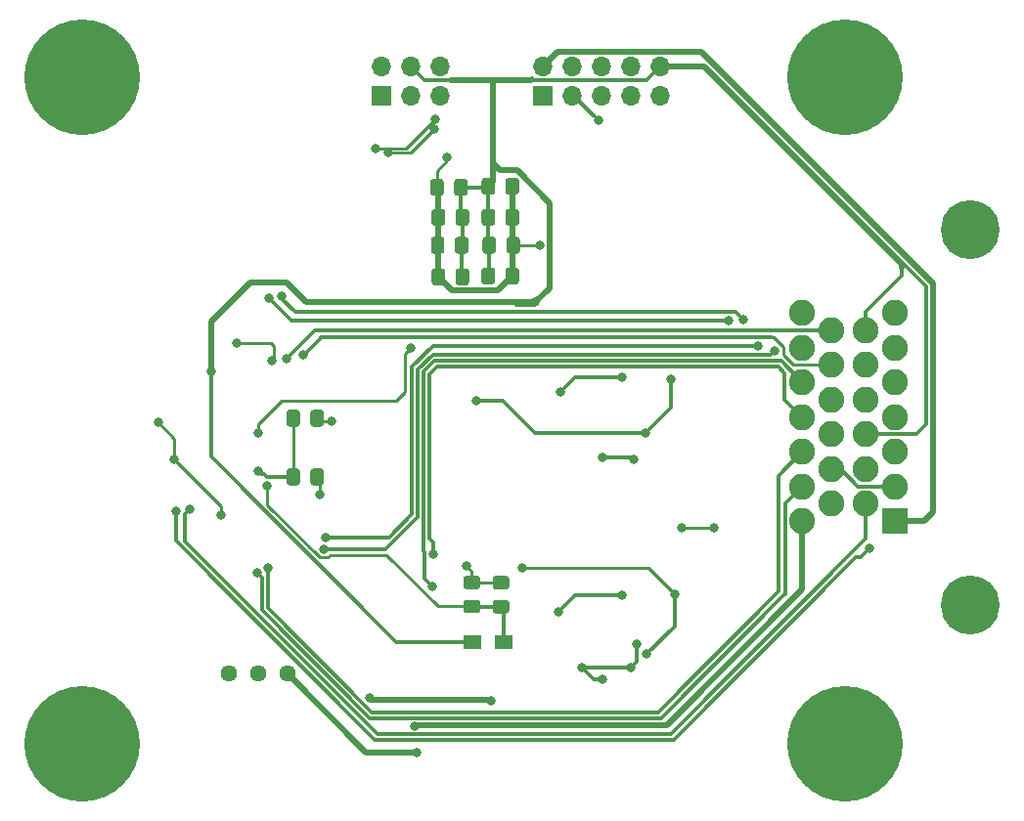
<source format=gbl>
G04 #@! TF.GenerationSoftware,KiCad,Pcbnew,(5.1.12)-1*
G04 #@! TF.CreationDate,2022-07-24T10:45:22+02:00*
G04 #@! TF.ProjectId,telemetria tyl,74656c65-6d65-4747-9269-612074796c2e,rev?*
G04 #@! TF.SameCoordinates,Original*
G04 #@! TF.FileFunction,Copper,L2,Bot*
G04 #@! TF.FilePolarity,Positive*
%FSLAX46Y46*%
G04 Gerber Fmt 4.6, Leading zero omitted, Abs format (unit mm)*
G04 Created by KiCad (PCBNEW (5.1.12)-1) date 2022-07-24 10:45:22*
%MOMM*%
%LPD*%
G01*
G04 APERTURE LIST*
G04 #@! TA.AperFunction,ComponentPad*
%ADD10R,2.250000X2.250000*%
G04 #@! TD*
G04 #@! TA.AperFunction,ComponentPad*
%ADD11C,2.250000*%
G04 #@! TD*
G04 #@! TA.AperFunction,ComponentPad*
%ADD12C,5.100000*%
G04 #@! TD*
G04 #@! TA.AperFunction,ComponentPad*
%ADD13C,10.000000*%
G04 #@! TD*
G04 #@! TA.AperFunction,ComponentPad*
%ADD14C,0.900000*%
G04 #@! TD*
G04 #@! TA.AperFunction,ComponentPad*
%ADD15R,1.700000X1.700000*%
G04 #@! TD*
G04 #@! TA.AperFunction,ComponentPad*
%ADD16O,1.700000X1.700000*%
G04 #@! TD*
G04 #@! TA.AperFunction,SMDPad,CuDef*
%ADD17R,1.500000X1.200000*%
G04 #@! TD*
G04 #@! TA.AperFunction,ComponentPad*
%ADD18C,1.440000*%
G04 #@! TD*
G04 #@! TA.AperFunction,ViaPad*
%ADD19C,0.800000*%
G04 #@! TD*
G04 #@! TA.AperFunction,Conductor*
%ADD20C,0.300000*%
G04 #@! TD*
G04 #@! TA.AperFunction,Conductor*
%ADD21C,0.250000*%
G04 #@! TD*
G04 #@! TA.AperFunction,Conductor*
%ADD22C,0.500000*%
G04 #@! TD*
G04 APERTURE END LIST*
D10*
X209550000Y-127000000D03*
D11*
X209550000Y-124000000D03*
X209550000Y-121000000D03*
X209550000Y-118000000D03*
X209550000Y-115000000D03*
X209550000Y-112000000D03*
X209550000Y-109000000D03*
X207050000Y-110500000D03*
X207050000Y-113500000D03*
X207050000Y-116500000D03*
X207050000Y-119500000D03*
X207050000Y-122500000D03*
X207050000Y-125500000D03*
X204050000Y-125500000D03*
X204050000Y-122500000D03*
X204050000Y-119500000D03*
X204050000Y-116500000D03*
X204050000Y-113500000D03*
X204050000Y-110500000D03*
X201550000Y-109000000D03*
X201550000Y-112000000D03*
X201550000Y-115000000D03*
X201550000Y-118000000D03*
X201550000Y-121000000D03*
X201550000Y-124000000D03*
X201550000Y-127000000D03*
D12*
X216050000Y-134250000D03*
X216050000Y-101750000D03*
G04 #@! TA.AperFunction,SMDPad,CuDef*
G36*
G01*
X175912800Y-132950800D02*
X174962800Y-132950800D01*
G75*
G02*
X174712800Y-132700800I0J250000D01*
G01*
X174712800Y-132025800D01*
G75*
G02*
X174962800Y-131775800I250000J0D01*
G01*
X175912800Y-131775800D01*
G75*
G02*
X176162800Y-132025800I0J-250000D01*
G01*
X176162800Y-132700800D01*
G75*
G02*
X175912800Y-132950800I-250000J0D01*
G01*
G37*
G04 #@! TD.AperFunction*
G04 #@! TA.AperFunction,SMDPad,CuDef*
G36*
G01*
X175912800Y-135025800D02*
X174962800Y-135025800D01*
G75*
G02*
X174712800Y-134775800I0J250000D01*
G01*
X174712800Y-134100800D01*
G75*
G02*
X174962800Y-133850800I250000J0D01*
G01*
X175912800Y-133850800D01*
G75*
G02*
X176162800Y-134100800I0J-250000D01*
G01*
X176162800Y-134775800D01*
G75*
G02*
X175912800Y-135025800I-250000J0D01*
G01*
G37*
G04 #@! TD.AperFunction*
G04 #@! TA.AperFunction,SMDPad,CuDef*
G36*
G01*
X173398200Y-135000400D02*
X172448200Y-135000400D01*
G75*
G02*
X172198200Y-134750400I0J250000D01*
G01*
X172198200Y-134075400D01*
G75*
G02*
X172448200Y-133825400I250000J0D01*
G01*
X173398200Y-133825400D01*
G75*
G02*
X173648200Y-134075400I0J-250000D01*
G01*
X173648200Y-134750400D01*
G75*
G02*
X173398200Y-135000400I-250000J0D01*
G01*
G37*
G04 #@! TD.AperFunction*
G04 #@! TA.AperFunction,SMDPad,CuDef*
G36*
G01*
X173398200Y-132925400D02*
X172448200Y-132925400D01*
G75*
G02*
X172198200Y-132675400I0J250000D01*
G01*
X172198200Y-132000400D01*
G75*
G02*
X172448200Y-131750400I250000J0D01*
G01*
X173398200Y-131750400D01*
G75*
G02*
X173648200Y-132000400I0J-250000D01*
G01*
X173648200Y-132675400D01*
G75*
G02*
X173398200Y-132925400I-250000J0D01*
G01*
G37*
G04 #@! TD.AperFunction*
G04 #@! TA.AperFunction,SMDPad,CuDef*
G36*
G01*
X156871000Y-123665000D02*
X156871000Y-122715000D01*
G75*
G02*
X157121000Y-122465000I250000J0D01*
G01*
X157796000Y-122465000D01*
G75*
G02*
X158046000Y-122715000I0J-250000D01*
G01*
X158046000Y-123665000D01*
G75*
G02*
X157796000Y-123915000I-250000J0D01*
G01*
X157121000Y-123915000D01*
G75*
G02*
X156871000Y-123665000I0J250000D01*
G01*
G37*
G04 #@! TD.AperFunction*
G04 #@! TA.AperFunction,SMDPad,CuDef*
G36*
G01*
X158946000Y-123665000D02*
X158946000Y-122715000D01*
G75*
G02*
X159196000Y-122465000I250000J0D01*
G01*
X159871000Y-122465000D01*
G75*
G02*
X160121000Y-122715000I0J-250000D01*
G01*
X160121000Y-123665000D01*
G75*
G02*
X159871000Y-123915000I-250000J0D01*
G01*
X159196000Y-123915000D01*
G75*
G02*
X158946000Y-123665000I0J250000D01*
G01*
G37*
G04 #@! TD.AperFunction*
G04 #@! TA.AperFunction,SMDPad,CuDef*
G36*
G01*
X158946000Y-118585000D02*
X158946000Y-117635000D01*
G75*
G02*
X159196000Y-117385000I250000J0D01*
G01*
X159871000Y-117385000D01*
G75*
G02*
X160121000Y-117635000I0J-250000D01*
G01*
X160121000Y-118585000D01*
G75*
G02*
X159871000Y-118835000I-250000J0D01*
G01*
X159196000Y-118835000D01*
G75*
G02*
X158946000Y-118585000I0J250000D01*
G01*
G37*
G04 #@! TD.AperFunction*
G04 #@! TA.AperFunction,SMDPad,CuDef*
G36*
G01*
X156871000Y-118585000D02*
X156871000Y-117635000D01*
G75*
G02*
X157121000Y-117385000I250000J0D01*
G01*
X157796000Y-117385000D01*
G75*
G02*
X158046000Y-117635000I0J-250000D01*
G01*
X158046000Y-118585000D01*
G75*
G02*
X157796000Y-118835000I-250000J0D01*
G01*
X157121000Y-118835000D01*
G75*
G02*
X156871000Y-118585000I0J250000D01*
G01*
G37*
G04 #@! TD.AperFunction*
G04 #@! TA.AperFunction,SMDPad,CuDef*
G36*
G01*
X175840501Y-101186000D02*
X175840501Y-100236000D01*
G75*
G02*
X176090501Y-99986000I250000J0D01*
G01*
X176765501Y-99986000D01*
G75*
G02*
X177015501Y-100236000I0J-250000D01*
G01*
X177015501Y-101186000D01*
G75*
G02*
X176765501Y-101436000I-250000J0D01*
G01*
X176090501Y-101436000D01*
G75*
G02*
X175840501Y-101186000I0J250000D01*
G01*
G37*
G04 #@! TD.AperFunction*
G04 #@! TA.AperFunction,SMDPad,CuDef*
G36*
G01*
X173765501Y-101186000D02*
X173765501Y-100236000D01*
G75*
G02*
X174015501Y-99986000I250000J0D01*
G01*
X174690501Y-99986000D01*
G75*
G02*
X174940501Y-100236000I0J-250000D01*
G01*
X174940501Y-101186000D01*
G75*
G02*
X174690501Y-101436000I-250000J0D01*
G01*
X174015501Y-101436000D01*
G75*
G02*
X173765501Y-101186000I0J250000D01*
G01*
G37*
G04 #@! TD.AperFunction*
G04 #@! TA.AperFunction,SMDPad,CuDef*
G36*
G01*
X172630500Y-102649000D02*
X172630500Y-103599000D01*
G75*
G02*
X172380500Y-103849000I-250000J0D01*
G01*
X171705500Y-103849000D01*
G75*
G02*
X171455500Y-103599000I0J250000D01*
G01*
X171455500Y-102649000D01*
G75*
G02*
X171705500Y-102399000I250000J0D01*
G01*
X172380500Y-102399000D01*
G75*
G02*
X172630500Y-102649000I0J-250000D01*
G01*
G37*
G04 #@! TD.AperFunction*
G04 #@! TA.AperFunction,SMDPad,CuDef*
G36*
G01*
X170555500Y-102649000D02*
X170555500Y-103599000D01*
G75*
G02*
X170305500Y-103849000I-250000J0D01*
G01*
X169630500Y-103849000D01*
G75*
G02*
X169380500Y-103599000I0J250000D01*
G01*
X169380500Y-102649000D01*
G75*
G02*
X169630500Y-102399000I250000J0D01*
G01*
X170305500Y-102399000D01*
G75*
G02*
X170555500Y-102649000I0J-250000D01*
G01*
G37*
G04 #@! TD.AperFunction*
G04 #@! TA.AperFunction,SMDPad,CuDef*
G36*
G01*
X173765501Y-98489999D02*
X173765501Y-97539999D01*
G75*
G02*
X174015501Y-97289999I250000J0D01*
G01*
X174690501Y-97289999D01*
G75*
G02*
X174940501Y-97539999I0J-250000D01*
G01*
X174940501Y-98489999D01*
G75*
G02*
X174690501Y-98739999I-250000J0D01*
G01*
X174015501Y-98739999D01*
G75*
G02*
X173765501Y-98489999I0J250000D01*
G01*
G37*
G04 #@! TD.AperFunction*
G04 #@! TA.AperFunction,SMDPad,CuDef*
G36*
G01*
X175840501Y-98489999D02*
X175840501Y-97539999D01*
G75*
G02*
X176090501Y-97289999I250000J0D01*
G01*
X176765501Y-97289999D01*
G75*
G02*
X177015501Y-97539999I0J-250000D01*
G01*
X177015501Y-98489999D01*
G75*
G02*
X176765501Y-98739999I-250000J0D01*
G01*
X176090501Y-98739999D01*
G75*
G02*
X175840501Y-98489999I0J250000D01*
G01*
G37*
G04 #@! TD.AperFunction*
G04 #@! TA.AperFunction,SMDPad,CuDef*
G36*
G01*
X172567000Y-97632500D02*
X172567000Y-98582500D01*
G75*
G02*
X172317000Y-98832500I-250000J0D01*
G01*
X171642000Y-98832500D01*
G75*
G02*
X171392000Y-98582500I0J250000D01*
G01*
X171392000Y-97632500D01*
G75*
G02*
X171642000Y-97382500I250000J0D01*
G01*
X172317000Y-97382500D01*
G75*
G02*
X172567000Y-97632500I0J-250000D01*
G01*
G37*
G04 #@! TD.AperFunction*
G04 #@! TA.AperFunction,SMDPad,CuDef*
G36*
G01*
X170492000Y-97632500D02*
X170492000Y-98582500D01*
G75*
G02*
X170242000Y-98832500I-250000J0D01*
G01*
X169567000Y-98832500D01*
G75*
G02*
X169317000Y-98582500I0J250000D01*
G01*
X169317000Y-97632500D01*
G75*
G02*
X169567000Y-97382500I250000J0D01*
G01*
X170242000Y-97382500D01*
G75*
G02*
X170492000Y-97632500I0J-250000D01*
G01*
G37*
G04 #@! TD.AperFunction*
G04 #@! TA.AperFunction,SMDPad,CuDef*
G36*
G01*
X175837000Y-106266000D02*
X175837000Y-105316000D01*
G75*
G02*
X176087000Y-105066000I250000J0D01*
G01*
X176762000Y-105066000D01*
G75*
G02*
X177012000Y-105316000I0J-250000D01*
G01*
X177012000Y-106266000D01*
G75*
G02*
X176762000Y-106516000I-250000J0D01*
G01*
X176087000Y-106516000D01*
G75*
G02*
X175837000Y-106266000I0J250000D01*
G01*
G37*
G04 #@! TD.AperFunction*
G04 #@! TA.AperFunction,SMDPad,CuDef*
G36*
G01*
X173762000Y-106266000D02*
X173762000Y-105316000D01*
G75*
G02*
X174012000Y-105066000I250000J0D01*
G01*
X174687000Y-105066000D01*
G75*
G02*
X174937000Y-105316000I0J-250000D01*
G01*
X174937000Y-106266000D01*
G75*
G02*
X174687000Y-106516000I-250000J0D01*
G01*
X174012000Y-106516000D01*
G75*
G02*
X173762000Y-106266000I0J250000D01*
G01*
G37*
G04 #@! TD.AperFunction*
G04 #@! TA.AperFunction,SMDPad,CuDef*
G36*
G01*
X173847000Y-103599000D02*
X173847000Y-102649000D01*
G75*
G02*
X174097000Y-102399000I250000J0D01*
G01*
X174772000Y-102399000D01*
G75*
G02*
X175022000Y-102649000I0J-250000D01*
G01*
X175022000Y-103599000D01*
G75*
G02*
X174772000Y-103849000I-250000J0D01*
G01*
X174097000Y-103849000D01*
G75*
G02*
X173847000Y-103599000I0J250000D01*
G01*
G37*
G04 #@! TD.AperFunction*
G04 #@! TA.AperFunction,SMDPad,CuDef*
G36*
G01*
X175922000Y-103599000D02*
X175922000Y-102649000D01*
G75*
G02*
X176172000Y-102399000I250000J0D01*
G01*
X176847000Y-102399000D01*
G75*
G02*
X177097000Y-102649000I0J-250000D01*
G01*
X177097000Y-103599000D01*
G75*
G02*
X176847000Y-103849000I-250000J0D01*
G01*
X176172000Y-103849000D01*
G75*
G02*
X175922000Y-103599000I0J250000D01*
G01*
G37*
G04 #@! TD.AperFunction*
G04 #@! TA.AperFunction,SMDPad,CuDef*
G36*
G01*
X170619000Y-100236000D02*
X170619000Y-101186000D01*
G75*
G02*
X170369000Y-101436000I-250000J0D01*
G01*
X169694000Y-101436000D01*
G75*
G02*
X169444000Y-101186000I0J250000D01*
G01*
X169444000Y-100236000D01*
G75*
G02*
X169694000Y-99986000I250000J0D01*
G01*
X170369000Y-99986000D01*
G75*
G02*
X170619000Y-100236000I0J-250000D01*
G01*
G37*
G04 #@! TD.AperFunction*
G04 #@! TA.AperFunction,SMDPad,CuDef*
G36*
G01*
X172694000Y-100236000D02*
X172694000Y-101186000D01*
G75*
G02*
X172444000Y-101436000I-250000J0D01*
G01*
X171769000Y-101436000D01*
G75*
G02*
X171519000Y-101186000I0J250000D01*
G01*
X171519000Y-100236000D01*
G75*
G02*
X171769000Y-99986000I250000J0D01*
G01*
X172444000Y-99986000D01*
G75*
G02*
X172694000Y-100236000I0J-250000D01*
G01*
G37*
G04 #@! TD.AperFunction*
G04 #@! TA.AperFunction,SMDPad,CuDef*
G36*
G01*
X172694001Y-105387499D02*
X172694001Y-106337499D01*
G75*
G02*
X172444001Y-106587499I-250000J0D01*
G01*
X171769001Y-106587499D01*
G75*
G02*
X171519001Y-106337499I0J250000D01*
G01*
X171519001Y-105387499D01*
G75*
G02*
X171769001Y-105137499I250000J0D01*
G01*
X172444001Y-105137499D01*
G75*
G02*
X172694001Y-105387499I0J-250000D01*
G01*
G37*
G04 #@! TD.AperFunction*
G04 #@! TA.AperFunction,SMDPad,CuDef*
G36*
G01*
X170619001Y-105387499D02*
X170619001Y-106337499D01*
G75*
G02*
X170369001Y-106587499I-250000J0D01*
G01*
X169694001Y-106587499D01*
G75*
G02*
X169444001Y-106337499I0J250000D01*
G01*
X169444001Y-105387499D01*
G75*
G02*
X169694001Y-105137499I250000J0D01*
G01*
X170369001Y-105137499D01*
G75*
G02*
X170619001Y-105387499I0J-250000D01*
G01*
G37*
G04 #@! TD.AperFunction*
D13*
X205232000Y-146304000D03*
D14*
X208982000Y-146304000D03*
X207883650Y-148955650D03*
X205232000Y-150054000D03*
X202580350Y-148955650D03*
X201482000Y-146304000D03*
X202580350Y-143652350D03*
X205232000Y-142554000D03*
X207883650Y-143652350D03*
X141843650Y-85930850D03*
X139192000Y-84832500D03*
X136540350Y-85930850D03*
X135442000Y-88582500D03*
X136540350Y-91234150D03*
X139192000Y-92332500D03*
X141843650Y-91234150D03*
X142942000Y-88582500D03*
D13*
X139192000Y-88582500D03*
X205232000Y-88582500D03*
D14*
X208982000Y-88582500D03*
X207883650Y-91234150D03*
X205232000Y-92332500D03*
X202580350Y-91234150D03*
X201482000Y-88582500D03*
X202580350Y-85930850D03*
X205232000Y-84832500D03*
X207883650Y-85930850D03*
D15*
X179070000Y-90170000D03*
D16*
X179070000Y-87630000D03*
X181610000Y-90170000D03*
X181610000Y-87630000D03*
X184150000Y-90170000D03*
X184150000Y-87630000D03*
X186690000Y-90170000D03*
X186690000Y-87630000D03*
X189230000Y-90170000D03*
X189230000Y-87630000D03*
D15*
X165100000Y-90170000D03*
D16*
X165100000Y-87630000D03*
X167640000Y-90170000D03*
X167640000Y-87630000D03*
X170180000Y-90170000D03*
X170180000Y-87630000D03*
D17*
X172995600Y-137464800D03*
X175695600Y-137464800D03*
D18*
X151853900Y-140246100D03*
X154393900Y-140246100D03*
X156933900Y-140246100D03*
D13*
X139192000Y-146304000D03*
D14*
X142942000Y-146304000D03*
X141843650Y-148955650D03*
X139192000Y-150054000D03*
X136540350Y-148955650D03*
X135442000Y-146304000D03*
X136540350Y-143652350D03*
X139192000Y-142554000D03*
X141843650Y-143652350D03*
D19*
X184277000Y-121539000D03*
X184277000Y-140716000D03*
X187198000Y-137668000D03*
X145796000Y-118491000D03*
X154432000Y-122682000D03*
X147193000Y-121666000D03*
X178816000Y-103124000D03*
X170815000Y-95504000D03*
X186690000Y-139700000D03*
X182499000Y-139700000D03*
X186980977Y-121702977D03*
X151257000Y-126492000D03*
X191135000Y-127635000D03*
X193929000Y-127635000D03*
X165735000Y-95123000D03*
X169672000Y-93091000D03*
X164592000Y-94742000D03*
X169799000Y-92202000D03*
X172466000Y-130937000D03*
X155194000Y-123952000D03*
X159766000Y-124714000D03*
X160782000Y-118364000D03*
X173355000Y-116586000D03*
X190182500Y-114744500D03*
X187960000Y-119380000D03*
X190500000Y-133350000D03*
X188087000Y-138557000D03*
X177292000Y-131064000D03*
X180594000Y-115824000D03*
X185928000Y-114554000D03*
X180467000Y-134874000D03*
X185928000Y-133477000D03*
X183896000Y-92329000D03*
X167640000Y-112014000D03*
X154432000Y-119380000D03*
X155638500Y-113093500D03*
X152577800Y-111582200D03*
X169545000Y-132715000D03*
X169608500Y-129857500D03*
X196469000Y-109601000D03*
X156464000Y-107569000D03*
X195135500Y-109664500D03*
X155384500Y-107696000D03*
X207391000Y-129349500D03*
X147320000Y-126174500D03*
X148526500Y-125984000D03*
X155321000Y-131064000D03*
X154368500Y-131508500D03*
X160108900Y-129451100D03*
X199136000Y-112268000D03*
X156870400Y-112941100D03*
X167957500Y-144780000D03*
X178435000Y-108077000D03*
X150368000Y-114046000D03*
X174625000Y-142557500D03*
X164084000Y-142367000D03*
X168148000Y-147066000D03*
X158369000Y-112585500D03*
X197675500Y-111823500D03*
X160299400Y-128435100D03*
D20*
X157458500Y-123190000D02*
X155194000Y-123190000D01*
X155194000Y-123190000D02*
X154940000Y-122936000D01*
X154686000Y-122936000D02*
X154432000Y-122682000D01*
X154940000Y-122936000D02*
X154686000Y-122936000D01*
D21*
X147193000Y-119888000D02*
X145796000Y-118491000D01*
X147193000Y-121666000D02*
X147193000Y-119888000D01*
X176424500Y-103209000D02*
X176509500Y-103124000D01*
X176424500Y-105791000D02*
X176424500Y-103209000D01*
X176509500Y-100792499D02*
X176428001Y-100711000D01*
X176509500Y-103124000D02*
X176509500Y-100792499D01*
X176428001Y-100711000D02*
X176428001Y-98014999D01*
X176509500Y-103124000D02*
X178816000Y-103124000D01*
X170031501Y-103187501D02*
X169968000Y-103124000D01*
X170031501Y-105862499D02*
X170031501Y-103187501D01*
X169968000Y-100774500D02*
X170031500Y-100711000D01*
X169968000Y-103124000D02*
X169968000Y-100774500D01*
X170031500Y-98234500D02*
X169904500Y-98107500D01*
X170031500Y-100711000D02*
X170031500Y-98234500D01*
X169904500Y-98107500D02*
X169904500Y-96668500D01*
X170815000Y-95758000D02*
X170815000Y-95504000D01*
X169904500Y-96668500D02*
X170815000Y-95758000D01*
D22*
X175177991Y-107037509D02*
X176424500Y-105791000D01*
X171206511Y-107037509D02*
X175177991Y-107037509D01*
X170031501Y-105862499D02*
X171206511Y-107037509D01*
X170031501Y-98234501D02*
X169904500Y-98107500D01*
X170031501Y-105862499D02*
X170031501Y-98234501D01*
X176424500Y-98018500D02*
X176428001Y-98014999D01*
X176424500Y-105791000D02*
X176424500Y-98018500D01*
D20*
X186690000Y-139700000D02*
X182499000Y-139700000D01*
X187198000Y-139192000D02*
X186690000Y-139700000D01*
X187198000Y-137668000D02*
X187198000Y-139192000D01*
X183515000Y-140716000D02*
X182499000Y-139700000D01*
X184277000Y-140716000D02*
X183515000Y-140716000D01*
X204866998Y-122500000D02*
X204050000Y-122500000D01*
X206366998Y-124000000D02*
X204866998Y-122500000D01*
X209550000Y-124000000D02*
X206366998Y-124000000D01*
X186817000Y-121539000D02*
X186980977Y-121702977D01*
X184277000Y-121539000D02*
X186817000Y-121539000D01*
D21*
X151257000Y-125730000D02*
X147193000Y-121666000D01*
X151257000Y-126492000D02*
X151257000Y-125730000D01*
X191135000Y-127635000D02*
X193929000Y-127635000D01*
X157458500Y-123190000D02*
X157458500Y-118110000D01*
X167640000Y-95123000D02*
X169672000Y-93091000D01*
X165735000Y-95123000D02*
X167640000Y-95123000D01*
X167259000Y-94742000D02*
X169799000Y-92202000D01*
X164592000Y-94742000D02*
X167259000Y-94742000D01*
X172948600Y-132363300D02*
X172923200Y-132337900D01*
X175437800Y-132363300D02*
X172948600Y-132363300D01*
X172923200Y-132337900D02*
X172923200Y-131394200D01*
X172923200Y-131394200D02*
X172466000Y-130937000D01*
X172466000Y-130937000D02*
X172466000Y-130937000D01*
D20*
X175695600Y-134696100D02*
X175437800Y-134438300D01*
X175695600Y-137464800D02*
X175695600Y-134696100D01*
X172948600Y-134438300D02*
X172923200Y-134412900D01*
X175437800Y-134438300D02*
X172948600Y-134438300D01*
D21*
X172923200Y-134412900D02*
X170169898Y-134412900D01*
X159760899Y-130176101D02*
X158750000Y-129165202D01*
X169972900Y-134412900D02*
X165486110Y-129926110D01*
X170169898Y-134412900D02*
X169972900Y-134412900D01*
X159760899Y-130176101D02*
X155194000Y-125609202D01*
X160456901Y-130176101D02*
X159760899Y-130176101D01*
X160706892Y-129926110D02*
X160456901Y-130176101D01*
X165486110Y-129926110D02*
X160706892Y-129926110D01*
X155194000Y-125609202D02*
X155194000Y-123952000D01*
X155194000Y-123952000D02*
X155194000Y-123952000D01*
X159766000Y-123422500D02*
X159533500Y-123190000D01*
X159766000Y-124714000D02*
X159766000Y-123422500D01*
X159787500Y-118364000D02*
X159533500Y-118110000D01*
X160782000Y-118364000D02*
X159787500Y-118364000D01*
D22*
X209550000Y-127000000D02*
X212090000Y-127000000D01*
X212090000Y-127000000D02*
X212852000Y-126238000D01*
X180370001Y-86329999D02*
X179070000Y-87630000D01*
X192754497Y-86329999D02*
X180370001Y-86329999D01*
X208532498Y-102108000D02*
X192754497Y-86329999D01*
X208534000Y-102108000D02*
X212852000Y-106426000D01*
X208532498Y-102108000D02*
X208534000Y-102108000D01*
X212852000Y-126238000D02*
X212852000Y-106426000D01*
D20*
X190182500Y-117157500D02*
X187960000Y-119380000D01*
X190182500Y-114744500D02*
X190182500Y-117157500D01*
X187960000Y-119380000D02*
X178435000Y-119380000D01*
X175641000Y-116586000D02*
X173355000Y-116586000D01*
X178435000Y-119380000D02*
X175641000Y-116586000D01*
D21*
X188214000Y-131064000D02*
X190500000Y-133350000D01*
X177292000Y-131064000D02*
X188214000Y-131064000D01*
D20*
X190500000Y-136144000D02*
X188087000Y-138557000D01*
X190500000Y-133350000D02*
X190500000Y-136144000D01*
X181864000Y-114554000D02*
X180594000Y-115824000D01*
X185928000Y-114554000D02*
X181864000Y-114554000D01*
X181864000Y-133477000D02*
X180467000Y-134874000D01*
X185928000Y-133477000D02*
X181864000Y-133477000D01*
X181737000Y-90170000D02*
X181610000Y-90170000D01*
X183896000Y-92329000D02*
X181737000Y-90170000D01*
D21*
X167640000Y-112014000D02*
X167132000Y-112522000D01*
X167132000Y-112522000D02*
X167132000Y-115824000D01*
X167132000Y-115824000D02*
X166624000Y-116332000D01*
X166624000Y-116332000D02*
X166370000Y-116586000D01*
X166370000Y-116586000D02*
X156464000Y-116586000D01*
X156464000Y-116586000D02*
X154432000Y-118618000D01*
X154432000Y-118618000D02*
X154432000Y-119380000D01*
X154432000Y-119380000D02*
X154432000Y-119380000D01*
X155829000Y-111887000D02*
X155524200Y-111582200D01*
X155524200Y-111582200D02*
X152577800Y-111582200D01*
X152577800Y-111582200D02*
X152552400Y-111582200D01*
X155829000Y-112903000D02*
X155638500Y-113093500D01*
X155829000Y-111887000D02*
X155829000Y-112903000D01*
D20*
X201550000Y-115000000D02*
X199707000Y-113157000D01*
X199707000Y-113157000D02*
X169689240Y-113157000D01*
X168775010Y-114071230D02*
X168775010Y-129103490D01*
X169689240Y-113157000D02*
X168775010Y-114071230D01*
X168858499Y-129678999D02*
X168858499Y-132028499D01*
X168775010Y-129595510D02*
X168858499Y-129678999D01*
X168775010Y-129103490D02*
X168775010Y-129595510D01*
X168858499Y-132028499D02*
X169545000Y-132715000D01*
X169545000Y-132715000D02*
X169545000Y-132715000D01*
X201550000Y-118000000D02*
X200025000Y-116475000D01*
X200025000Y-114236500D02*
X199445510Y-113657010D01*
X200025000Y-116475000D02*
X200025000Y-114236500D01*
X199445510Y-113657010D02*
X191523990Y-113657010D01*
X191523990Y-113657010D02*
X169896350Y-113657010D01*
X169896350Y-113657010D02*
X169275020Y-114278340D01*
X169608500Y-128841500D02*
X169275020Y-128508020D01*
X169608500Y-129857500D02*
X169608500Y-128841500D01*
X169275020Y-114278340D02*
X169275020Y-128508020D01*
X195782499Y-108914499D02*
X157618999Y-108914499D01*
X196469000Y-109601000D02*
X195782499Y-108914499D01*
X157618999Y-108914499D02*
X156464000Y-107759500D01*
X156464000Y-107759500D02*
X156464000Y-107569000D01*
X156464000Y-107569000D02*
X156464000Y-107569000D01*
X195135500Y-109664500D02*
X157353000Y-109664500D01*
X157353000Y-109664500D02*
X155384500Y-107696000D01*
X155384500Y-107696000D02*
X155384500Y-107696000D01*
X147320000Y-128723120D02*
X164525291Y-145928411D01*
X147320000Y-126174500D02*
X147320000Y-126174500D01*
X190381311Y-145928411D02*
X206134722Y-130175000D01*
X164525291Y-145928411D02*
X190381311Y-145928411D01*
X206565500Y-130175000D02*
X207391000Y-129349500D01*
X206134722Y-130175000D02*
X206565500Y-130175000D01*
X147320000Y-126174500D02*
X147320000Y-128723120D01*
X148082000Y-128778000D02*
X148082000Y-126428500D01*
X164732401Y-145428401D02*
X148082000Y-128778000D01*
X190174201Y-145428401D02*
X164732401Y-145428401D01*
X207050000Y-128552602D02*
X190174201Y-145428401D01*
X148082000Y-126428500D02*
X148526500Y-125984000D01*
X207050000Y-125500000D02*
X207050000Y-128552602D01*
X201550000Y-121000000D02*
X199481983Y-123068017D01*
X199481983Y-133131017D02*
X189039500Y-143573500D01*
X199481983Y-123068017D02*
X199481983Y-133131017D01*
X189039500Y-143573500D02*
X164291740Y-143573500D01*
X155257500Y-134539260D02*
X155257500Y-132397500D01*
X164291740Y-143573500D02*
X155257500Y-134539260D01*
X155257500Y-132397500D02*
X155257500Y-131953000D01*
X155257500Y-131953000D02*
X155257500Y-131381500D01*
X155257500Y-131381500D02*
X155257500Y-131064000D01*
X155257500Y-131064000D02*
X155257500Y-131064000D01*
X155257500Y-131064000D02*
X155257500Y-131064000D01*
X200074999Y-125475001D02*
X200074999Y-133363501D01*
X201550000Y-124000000D02*
X200074999Y-125475001D01*
X200019097Y-133363501D02*
X189301098Y-144081500D01*
X200074999Y-133363501D02*
X200019097Y-133363501D01*
X189301098Y-144081500D02*
X164092620Y-144081500D01*
X164092620Y-144081500D02*
X154749500Y-134738380D01*
X154749500Y-134738380D02*
X154749500Y-131953000D01*
X154749500Y-131953000D02*
X154749500Y-131889500D01*
X154749500Y-131889500D02*
X154368500Y-131508500D01*
X154368500Y-131508500D02*
X154368500Y-131508500D01*
X198830499Y-112573501D02*
X199136000Y-112268000D01*
X169565619Y-112573501D02*
X198830499Y-112573501D01*
X168275000Y-113864120D02*
X169565619Y-112573501D01*
X168275000Y-126627620D02*
X168275000Y-113864120D01*
X165451520Y-129451100D02*
X168275000Y-126627620D01*
X160108900Y-129451100D02*
X165451520Y-129451100D01*
X159311500Y-110500000D02*
X156870400Y-112941100D01*
X159311500Y-110500000D02*
X157575250Y-112236250D01*
X204050000Y-110500000D02*
X159311500Y-110500000D01*
X157575250Y-112236250D02*
X156870400Y-112941100D01*
D22*
X201550000Y-127000000D02*
X201550000Y-132942600D01*
X189814200Y-144678400D02*
X189814200Y-144678400D01*
X189814200Y-144678400D02*
X189552740Y-144678400D01*
X189811090Y-144681510D02*
X190074550Y-144418050D01*
X168246490Y-144681510D02*
X189811090Y-144681510D01*
X168148000Y-144780000D02*
X168246490Y-144681510D01*
X167957500Y-144780000D02*
X168148000Y-144780000D01*
X190074550Y-144418050D02*
X189814200Y-144678400D01*
X201550000Y-132942600D02*
X190074550Y-144418050D01*
D20*
X171979500Y-100584000D02*
X172106500Y-100711000D01*
X171979500Y-98107500D02*
X171979500Y-100584000D01*
X172106500Y-103060500D02*
X172043000Y-103124000D01*
X172106500Y-100711000D02*
X172106500Y-103060500D01*
X172043000Y-105798998D02*
X172106501Y-105862499D01*
X172043000Y-103124000D02*
X172043000Y-105798998D01*
X174353001Y-98014999D02*
X174353001Y-100711000D01*
X174353001Y-103042501D02*
X174434500Y-103124000D01*
X174353001Y-100711000D02*
X174353001Y-103042501D01*
X174434500Y-105706000D02*
X174349500Y-105791000D01*
X174434500Y-103124000D02*
X174434500Y-105706000D01*
X174260500Y-98107500D02*
X174353001Y-98014999D01*
X171979500Y-98107500D02*
X174260500Y-98107500D01*
X188029999Y-88830001D02*
X189230000Y-87630000D01*
X167640000Y-87630000D02*
X168840001Y-88830001D01*
X210233002Y-119500000D02*
X210240002Y-119507000D01*
X207050000Y-119500000D02*
X210233002Y-119500000D01*
X211391500Y-119507000D02*
X212251990Y-118646510D01*
X210240002Y-119507000D02*
X211391500Y-119507000D01*
X212251990Y-118646510D02*
X212251990Y-106674532D01*
X212251990Y-106674532D02*
X210173479Y-104596021D01*
X207050000Y-108909010D02*
X210173479Y-105785531D01*
X207050000Y-110500000D02*
X207050000Y-108909010D01*
D22*
X210173479Y-105040521D02*
X210173479Y-104738943D01*
D20*
X210173479Y-105785531D02*
X210173479Y-105040521D01*
X210173479Y-105040521D02*
X210173479Y-104596021D01*
D22*
X193064536Y-87630000D02*
X189230000Y-87630000D01*
X210173479Y-104738943D02*
X193064536Y-87630000D01*
X178060499Y-88830001D02*
X178117500Y-88773000D01*
X171126001Y-88830001D02*
X178060499Y-88830001D01*
D20*
X168840001Y-88830001D02*
X171126001Y-88830001D01*
D22*
X174745501Y-97622499D02*
X174353001Y-98014999D01*
D20*
X171126001Y-88830001D02*
X174745501Y-88830001D01*
X174745501Y-88830001D02*
X188029999Y-88830001D01*
D22*
X178308000Y-108204000D02*
X178435000Y-108077000D01*
X176762500Y-108204000D02*
X178308000Y-108204000D01*
X178435000Y-108077000D02*
X158623000Y-108077000D01*
X158623000Y-108077000D02*
X156908500Y-106362500D01*
X156908500Y-106362500D02*
X155459998Y-106362500D01*
X155459998Y-106362500D02*
X153733500Y-106362500D01*
X153733500Y-106362500D02*
X150368000Y-109728000D01*
X150368000Y-109728000D02*
X150368000Y-114046000D01*
X150368000Y-114046000D02*
X150368000Y-114046000D01*
D20*
X150368000Y-121454967D02*
X150368000Y-114046000D01*
X166377833Y-137464800D02*
X150368000Y-121454967D01*
X172995600Y-137464800D02*
X166377833Y-137464800D01*
D22*
X179666001Y-99450533D02*
X176862468Y-96647000D01*
X179666001Y-106845999D02*
X179666001Y-99450533D01*
X178435000Y-108077000D02*
X179666001Y-106845999D01*
X175374002Y-96647000D02*
X174745501Y-96018499D01*
X176862468Y-96647000D02*
X175374002Y-96647000D01*
X174745501Y-96018499D02*
X174745501Y-97622499D01*
X174745501Y-88830001D02*
X174745501Y-96018499D01*
X163753800Y-147066000D02*
X156933900Y-140246100D01*
X168148000Y-147066000D02*
X163753800Y-147066000D01*
X174561500Y-142494000D02*
X174625000Y-142557500D01*
X164084000Y-142494000D02*
X174561500Y-142494000D01*
D21*
X199861001Y-111919999D02*
X199066002Y-111125000D01*
X200745000Y-113500000D02*
X199861001Y-112616001D01*
X199066002Y-111125000D02*
X198882000Y-111125000D01*
X204050000Y-113500000D02*
X200745000Y-113500000D01*
X199861001Y-112616001D02*
X199861001Y-111919999D01*
D20*
X159829500Y-111125000D02*
X198882000Y-111125000D01*
D21*
X159829500Y-111125000D02*
X158369000Y-112585500D01*
D20*
X197675500Y-111823500D02*
X169608500Y-111823500D01*
X169608500Y-111823500D02*
X167767000Y-113665000D01*
X167767000Y-113665000D02*
X167767000Y-126428500D01*
X165760400Y-128435100D02*
X160299400Y-128435100D01*
X167767000Y-126428500D02*
X165760400Y-128435100D01*
M02*

</source>
